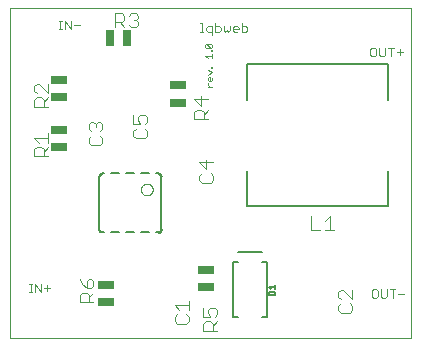
<source format=gto>
G75*
%MOIN*%
%OFA0B0*%
%FSLAX25Y25*%
%IPPOS*%
%LPD*%
%AMOC8*
5,1,8,0,0,1.08239X$1,22.5*
%
%ADD10C,0.00000*%
%ADD11C,0.00300*%
%ADD12C,0.00200*%
%ADD13C,0.00400*%
%ADD14C,0.00800*%
%ADD15C,0.00500*%
%ADD16R,0.05512X0.02559*%
%ADD17R,0.02559X0.05512*%
%ADD18C,0.00060*%
%ADD19C,0.00600*%
D10*
X0004162Y0004162D02*
X0004162Y0114123D01*
X0137863Y0114123D01*
X0137863Y0004162D01*
X0004162Y0004162D01*
D11*
X0010631Y0019312D02*
X0011599Y0019312D01*
X0011115Y0019312D02*
X0011115Y0022215D01*
X0010631Y0022215D02*
X0011599Y0022215D01*
X0012595Y0022215D02*
X0014530Y0019312D01*
X0014530Y0022215D01*
X0015542Y0020763D02*
X0017477Y0020763D01*
X0016509Y0021731D02*
X0016509Y0019796D01*
X0012595Y0019312D02*
X0012595Y0022215D01*
X0071515Y0105145D02*
X0071515Y0108047D01*
X0070063Y0108047D01*
X0069580Y0107563D01*
X0069580Y0106596D01*
X0070063Y0106112D01*
X0071515Y0106112D01*
X0072526Y0106112D02*
X0073977Y0106112D01*
X0074461Y0106596D01*
X0074461Y0107563D01*
X0073977Y0108047D01*
X0072526Y0108047D01*
X0072526Y0109015D02*
X0072526Y0106112D01*
X0075473Y0106596D02*
X0075473Y0108047D01*
X0075473Y0106596D02*
X0075956Y0106112D01*
X0076440Y0106596D01*
X0076924Y0106112D01*
X0077408Y0106596D01*
X0077408Y0108047D01*
X0078419Y0107563D02*
X0078903Y0108047D01*
X0079870Y0108047D01*
X0080354Y0107563D01*
X0080354Y0107080D01*
X0078419Y0107080D01*
X0078419Y0107563D02*
X0078419Y0106596D01*
X0078903Y0106112D01*
X0079870Y0106112D01*
X0081366Y0106112D02*
X0082817Y0106112D01*
X0083301Y0106596D01*
X0083301Y0107563D01*
X0082817Y0108047D01*
X0081366Y0108047D01*
X0081366Y0109015D02*
X0081366Y0106112D01*
X0068583Y0106112D02*
X0067615Y0106112D01*
X0068099Y0106112D02*
X0068099Y0109015D01*
X0067615Y0109015D01*
X0027339Y0108401D02*
X0025404Y0108401D01*
X0024393Y0106950D02*
X0024393Y0109852D01*
X0022458Y0109852D02*
X0024393Y0106950D01*
X0022458Y0106950D02*
X0022458Y0109852D01*
X0021461Y0109852D02*
X0020493Y0109852D01*
X0020977Y0109852D02*
X0020977Y0106950D01*
X0020493Y0106950D02*
X0021461Y0106950D01*
X0124312Y0100412D02*
X0124312Y0098477D01*
X0124796Y0097993D01*
X0125763Y0097993D01*
X0126247Y0098477D01*
X0126247Y0100412D01*
X0125763Y0100896D01*
X0124796Y0100896D01*
X0124312Y0100412D01*
X0127259Y0100896D02*
X0127259Y0098477D01*
X0127742Y0097993D01*
X0128710Y0097993D01*
X0129194Y0098477D01*
X0129194Y0100896D01*
X0130205Y0100896D02*
X0132140Y0100896D01*
X0131173Y0100896D02*
X0131173Y0097993D01*
X0133152Y0099445D02*
X0135087Y0099445D01*
X0134119Y0100412D02*
X0134119Y0098477D01*
X0132632Y0020345D02*
X0130697Y0020345D01*
X0131665Y0020345D02*
X0131665Y0017442D01*
X0133644Y0018893D02*
X0135579Y0018893D01*
X0129686Y0017926D02*
X0129686Y0020345D01*
X0127751Y0020345D02*
X0127751Y0017926D01*
X0128235Y0017442D01*
X0129202Y0017442D01*
X0129686Y0017926D01*
X0126739Y0017926D02*
X0126739Y0019861D01*
X0126256Y0020345D01*
X0125288Y0020345D01*
X0124804Y0019861D01*
X0124804Y0017926D01*
X0125288Y0017442D01*
X0126256Y0017442D01*
X0126739Y0017926D01*
D12*
X0047784Y0053552D02*
X0047786Y0053640D01*
X0047792Y0053728D01*
X0047802Y0053816D01*
X0047816Y0053904D01*
X0047833Y0053990D01*
X0047855Y0054076D01*
X0047880Y0054160D01*
X0047910Y0054244D01*
X0047942Y0054326D01*
X0047979Y0054406D01*
X0048019Y0054485D01*
X0048063Y0054562D01*
X0048110Y0054637D01*
X0048160Y0054709D01*
X0048214Y0054780D01*
X0048270Y0054847D01*
X0048330Y0054913D01*
X0048392Y0054975D01*
X0048458Y0055035D01*
X0048525Y0055091D01*
X0048596Y0055145D01*
X0048668Y0055195D01*
X0048743Y0055242D01*
X0048820Y0055286D01*
X0048899Y0055326D01*
X0048979Y0055363D01*
X0049061Y0055395D01*
X0049145Y0055425D01*
X0049229Y0055450D01*
X0049315Y0055472D01*
X0049401Y0055489D01*
X0049489Y0055503D01*
X0049577Y0055513D01*
X0049665Y0055519D01*
X0049753Y0055521D01*
X0049841Y0055519D01*
X0049929Y0055513D01*
X0050017Y0055503D01*
X0050105Y0055489D01*
X0050191Y0055472D01*
X0050277Y0055450D01*
X0050361Y0055425D01*
X0050445Y0055395D01*
X0050527Y0055363D01*
X0050607Y0055326D01*
X0050686Y0055286D01*
X0050763Y0055242D01*
X0050838Y0055195D01*
X0050910Y0055145D01*
X0050981Y0055091D01*
X0051048Y0055035D01*
X0051114Y0054975D01*
X0051176Y0054913D01*
X0051236Y0054847D01*
X0051292Y0054780D01*
X0051346Y0054709D01*
X0051396Y0054637D01*
X0051443Y0054562D01*
X0051487Y0054485D01*
X0051527Y0054406D01*
X0051564Y0054326D01*
X0051596Y0054244D01*
X0051626Y0054160D01*
X0051651Y0054076D01*
X0051673Y0053990D01*
X0051690Y0053904D01*
X0051704Y0053816D01*
X0051714Y0053728D01*
X0051720Y0053640D01*
X0051722Y0053552D01*
X0051720Y0053464D01*
X0051714Y0053376D01*
X0051704Y0053288D01*
X0051690Y0053200D01*
X0051673Y0053114D01*
X0051651Y0053028D01*
X0051626Y0052944D01*
X0051596Y0052860D01*
X0051564Y0052778D01*
X0051527Y0052698D01*
X0051487Y0052619D01*
X0051443Y0052542D01*
X0051396Y0052467D01*
X0051346Y0052395D01*
X0051292Y0052324D01*
X0051236Y0052257D01*
X0051176Y0052191D01*
X0051114Y0052129D01*
X0051048Y0052069D01*
X0050981Y0052013D01*
X0050910Y0051959D01*
X0050838Y0051909D01*
X0050763Y0051862D01*
X0050686Y0051818D01*
X0050607Y0051778D01*
X0050527Y0051741D01*
X0050445Y0051709D01*
X0050361Y0051679D01*
X0050277Y0051654D01*
X0050191Y0051632D01*
X0050105Y0051615D01*
X0050017Y0051601D01*
X0049929Y0051591D01*
X0049841Y0051585D01*
X0049753Y0051583D01*
X0049665Y0051585D01*
X0049577Y0051591D01*
X0049489Y0051601D01*
X0049401Y0051615D01*
X0049315Y0051632D01*
X0049229Y0051654D01*
X0049145Y0051679D01*
X0049061Y0051709D01*
X0048979Y0051741D01*
X0048899Y0051778D01*
X0048820Y0051818D01*
X0048743Y0051862D01*
X0048668Y0051909D01*
X0048596Y0051959D01*
X0048525Y0052013D01*
X0048458Y0052069D01*
X0048392Y0052129D01*
X0048330Y0052191D01*
X0048270Y0052257D01*
X0048214Y0052324D01*
X0048160Y0052395D01*
X0048110Y0052467D01*
X0048063Y0052542D01*
X0048019Y0052619D01*
X0047979Y0052698D01*
X0047942Y0052778D01*
X0047910Y0052860D01*
X0047880Y0052944D01*
X0047855Y0053028D01*
X0047833Y0053114D01*
X0047816Y0053200D01*
X0047802Y0053288D01*
X0047792Y0053376D01*
X0047786Y0053464D01*
X0047784Y0053552D01*
X0069994Y0087842D02*
X0071462Y0087842D01*
X0070728Y0087842D02*
X0069994Y0088576D01*
X0069994Y0088943D01*
X0070361Y0089684D02*
X0069994Y0090051D01*
X0069994Y0090785D01*
X0070361Y0091152D01*
X0070728Y0091152D01*
X0070728Y0089684D01*
X0071095Y0089684D02*
X0070361Y0089684D01*
X0071095Y0089684D02*
X0071462Y0090051D01*
X0071462Y0090785D01*
X0069994Y0091894D02*
X0071462Y0092628D01*
X0069994Y0093362D01*
X0071095Y0094104D02*
X0071095Y0094471D01*
X0071462Y0094471D01*
X0071462Y0094104D01*
X0071095Y0094104D01*
X0071462Y0097419D02*
X0071462Y0098886D01*
X0071462Y0098153D02*
X0069260Y0098153D01*
X0069994Y0097419D01*
X0071095Y0099628D02*
X0071095Y0099995D01*
X0071462Y0099995D01*
X0071462Y0099628D01*
X0071095Y0099628D01*
X0071095Y0100733D02*
X0069627Y0100733D01*
X0069260Y0101100D01*
X0069260Y0101834D01*
X0069627Y0102201D01*
X0071095Y0100733D01*
X0071462Y0101100D01*
X0071462Y0101834D01*
X0071095Y0102201D01*
X0069627Y0102201D01*
D13*
X0067885Y0084646D02*
X0067885Y0081577D01*
X0065583Y0083879D01*
X0070187Y0083879D01*
X0070187Y0080043D02*
X0068652Y0078508D01*
X0068652Y0079275D02*
X0068652Y0076973D01*
X0070187Y0076973D02*
X0065583Y0076973D01*
X0065583Y0079275D01*
X0066350Y0080043D01*
X0067885Y0080043D01*
X0068652Y0079275D01*
X0069609Y0063535D02*
X0069609Y0060466D01*
X0067307Y0062768D01*
X0071911Y0062768D01*
X0071144Y0058931D02*
X0071911Y0058164D01*
X0071911Y0056630D01*
X0071144Y0055862D01*
X0068074Y0055862D01*
X0067307Y0056630D01*
X0067307Y0058164D01*
X0068074Y0058931D01*
X0049824Y0071492D02*
X0049057Y0070724D01*
X0045988Y0070724D01*
X0045220Y0071492D01*
X0045220Y0073026D01*
X0045988Y0073794D01*
X0045220Y0075328D02*
X0047522Y0075328D01*
X0046755Y0076863D01*
X0046755Y0077630D01*
X0047522Y0078398D01*
X0049057Y0078398D01*
X0049824Y0077630D01*
X0049824Y0076096D01*
X0049057Y0075328D01*
X0049057Y0073794D02*
X0049824Y0073026D01*
X0049824Y0071492D01*
X0045220Y0075328D02*
X0045220Y0078398D01*
X0034962Y0075268D02*
X0034962Y0073733D01*
X0034195Y0072966D01*
X0034195Y0071431D02*
X0034962Y0070664D01*
X0034962Y0069130D01*
X0034195Y0068362D01*
X0031126Y0068362D01*
X0030358Y0069130D01*
X0030358Y0070664D01*
X0031126Y0071431D01*
X0031126Y0072966D02*
X0030358Y0073733D01*
X0030358Y0075268D01*
X0031126Y0076035D01*
X0031893Y0076035D01*
X0032660Y0075268D01*
X0033428Y0076035D01*
X0034195Y0076035D01*
X0034962Y0075268D01*
X0032660Y0075268D02*
X0032660Y0074501D01*
X0016919Y0072284D02*
X0016919Y0069215D01*
X0016919Y0070750D02*
X0012315Y0070750D01*
X0013850Y0069215D01*
X0014617Y0067680D02*
X0013082Y0067680D01*
X0012315Y0066913D01*
X0012315Y0064611D01*
X0016919Y0064611D01*
X0015384Y0064611D02*
X0015384Y0066913D01*
X0014617Y0067680D01*
X0015384Y0066146D02*
X0016919Y0067680D01*
X0016919Y0081206D02*
X0012315Y0081206D01*
X0012315Y0083507D01*
X0013082Y0084275D01*
X0014617Y0084275D01*
X0015384Y0083507D01*
X0015384Y0081206D01*
X0015384Y0082740D02*
X0016919Y0084275D01*
X0016919Y0085809D02*
X0013850Y0088879D01*
X0013082Y0088879D01*
X0012315Y0088111D01*
X0012315Y0086577D01*
X0013082Y0085809D01*
X0016919Y0085809D02*
X0016919Y0088879D01*
X0039198Y0107724D02*
X0039198Y0112328D01*
X0041500Y0112328D01*
X0042267Y0111561D01*
X0042267Y0110026D01*
X0041500Y0109259D01*
X0039198Y0109259D01*
X0040732Y0109259D02*
X0042267Y0107724D01*
X0043802Y0108492D02*
X0044569Y0107724D01*
X0046104Y0107724D01*
X0046871Y0108492D01*
X0046871Y0109259D01*
X0046104Y0110026D01*
X0045336Y0110026D01*
X0046104Y0110026D02*
X0046871Y0110794D01*
X0046871Y0111561D01*
X0046104Y0112328D01*
X0044569Y0112328D01*
X0043802Y0111561D01*
X0104539Y0044694D02*
X0104539Y0040091D01*
X0107609Y0040091D01*
X0109143Y0040091D02*
X0112213Y0040091D01*
X0110678Y0040091D02*
X0110678Y0044694D01*
X0109143Y0043160D01*
X0114322Y0020186D02*
X0113555Y0019418D01*
X0113555Y0017884D01*
X0114322Y0017117D01*
X0114322Y0015582D02*
X0113555Y0014815D01*
X0113555Y0013280D01*
X0114322Y0012513D01*
X0117392Y0012513D01*
X0118159Y0013280D01*
X0118159Y0014815D01*
X0117392Y0015582D01*
X0118159Y0017117D02*
X0115090Y0020186D01*
X0114322Y0020186D01*
X0118159Y0020186D02*
X0118159Y0017117D01*
X0073238Y0013466D02*
X0073238Y0011931D01*
X0072470Y0011164D01*
X0070936Y0011164D02*
X0070169Y0012698D01*
X0070169Y0013466D01*
X0070936Y0014233D01*
X0072470Y0014233D01*
X0073238Y0013466D01*
X0070936Y0011164D02*
X0068634Y0011164D01*
X0068634Y0014233D01*
X0063691Y0014982D02*
X0059087Y0014982D01*
X0060621Y0013447D01*
X0059854Y0011913D02*
X0059087Y0011145D01*
X0059087Y0009611D01*
X0059854Y0008843D01*
X0062923Y0008843D01*
X0063691Y0009611D01*
X0063691Y0011145D01*
X0062923Y0011913D01*
X0063691Y0013447D02*
X0063691Y0016517D01*
X0069401Y0009629D02*
X0068634Y0008862D01*
X0068634Y0006560D01*
X0073238Y0006560D01*
X0071703Y0006560D02*
X0071703Y0008862D01*
X0070936Y0009629D01*
X0069401Y0009629D01*
X0071703Y0008094D02*
X0073238Y0009629D01*
X0031970Y0016087D02*
X0027366Y0016087D01*
X0027366Y0018389D01*
X0028133Y0019156D01*
X0029668Y0019156D01*
X0030435Y0018389D01*
X0030435Y0016087D01*
X0030435Y0017621D02*
X0031970Y0019156D01*
X0031203Y0020691D02*
X0029668Y0020691D01*
X0029668Y0022992D01*
X0030435Y0023760D01*
X0031203Y0023760D01*
X0031970Y0022992D01*
X0031970Y0021458D01*
X0031203Y0020691D01*
X0029668Y0020691D02*
X0028133Y0022225D01*
X0027366Y0023760D01*
D14*
X0078454Y0029320D02*
X0078454Y0011209D01*
X0080225Y0011209D01*
X0088099Y0011209D02*
X0089871Y0011209D01*
X0089871Y0029320D01*
X0088099Y0029320D01*
X0088099Y0032765D02*
X0080225Y0032765D01*
X0080225Y0029320D02*
X0078454Y0029320D01*
D15*
X0090511Y0021148D02*
X0092412Y0021148D01*
X0092412Y0020515D02*
X0092412Y0021782D01*
X0091144Y0020515D02*
X0090511Y0021148D01*
X0090828Y0019572D02*
X0090511Y0019255D01*
X0090511Y0018305D01*
X0092412Y0018305D01*
X0092412Y0019255D01*
X0092095Y0019572D01*
X0090828Y0019572D01*
X0083040Y0048040D02*
X0083040Y0059851D01*
X0083040Y0048040D02*
X0130284Y0048040D01*
X0130284Y0059851D01*
X0130284Y0083473D02*
X0130284Y0095284D01*
X0083040Y0095284D01*
X0083040Y0083473D01*
D16*
X0060211Y0082464D03*
X0060211Y0088264D03*
X0020625Y0090134D03*
X0020625Y0084334D03*
X0020625Y0073539D03*
X0020625Y0067739D03*
X0069444Y0026807D03*
X0069444Y0021007D03*
X0036164Y0021766D03*
X0036164Y0015966D03*
D17*
X0037326Y0104019D03*
X0043126Y0104019D03*
D18*
X0034881Y0059273D02*
X0034881Y0058733D01*
X0034880Y0058733D02*
X0034827Y0058729D01*
X0034775Y0058721D01*
X0034723Y0058709D01*
X0034672Y0058693D01*
X0034623Y0058674D01*
X0034575Y0058651D01*
X0034529Y0058624D01*
X0034485Y0058594D01*
X0034444Y0058561D01*
X0034405Y0058525D01*
X0034369Y0058486D01*
X0034336Y0058445D01*
X0034306Y0058401D01*
X0034279Y0058355D01*
X0034256Y0058307D01*
X0034237Y0058258D01*
X0034221Y0058207D01*
X0034209Y0058155D01*
X0034201Y0058103D01*
X0034197Y0058050D01*
X0033657Y0058049D01*
X0033656Y0058050D01*
X0033660Y0058118D01*
X0033667Y0058186D01*
X0033678Y0058253D01*
X0033692Y0058320D01*
X0033710Y0058386D01*
X0033732Y0058450D01*
X0033757Y0058514D01*
X0033786Y0058576D01*
X0033818Y0058636D01*
X0033853Y0058694D01*
X0033891Y0058751D01*
X0033932Y0058805D01*
X0033976Y0058857D01*
X0034023Y0058907D01*
X0034073Y0058954D01*
X0034125Y0058998D01*
X0034179Y0059039D01*
X0034236Y0059077D01*
X0034294Y0059112D01*
X0034354Y0059144D01*
X0034416Y0059173D01*
X0034480Y0059198D01*
X0034544Y0059220D01*
X0034610Y0059238D01*
X0034677Y0059252D01*
X0034744Y0059263D01*
X0034812Y0059270D01*
X0034880Y0059274D01*
X0034880Y0059218D01*
X0034813Y0059214D01*
X0034746Y0059207D01*
X0034679Y0059196D01*
X0034613Y0059181D01*
X0034548Y0059162D01*
X0034485Y0059140D01*
X0034422Y0059114D01*
X0034361Y0059085D01*
X0034302Y0059052D01*
X0034245Y0059017D01*
X0034190Y0058978D01*
X0034137Y0058936D01*
X0034087Y0058891D01*
X0034039Y0058843D01*
X0033994Y0058793D01*
X0033952Y0058740D01*
X0033913Y0058685D01*
X0033878Y0058628D01*
X0033845Y0058569D01*
X0033816Y0058508D01*
X0033790Y0058445D01*
X0033768Y0058382D01*
X0033749Y0058317D01*
X0033734Y0058251D01*
X0033723Y0058184D01*
X0033716Y0058117D01*
X0033712Y0058050D01*
X0033768Y0058050D01*
X0033772Y0058117D01*
X0033780Y0058183D01*
X0033791Y0058249D01*
X0033806Y0058313D01*
X0033825Y0058377D01*
X0033848Y0058440D01*
X0033874Y0058501D01*
X0033904Y0058561D01*
X0033938Y0058619D01*
X0033974Y0058674D01*
X0034014Y0058728D01*
X0034057Y0058779D01*
X0034102Y0058828D01*
X0034151Y0058873D01*
X0034202Y0058916D01*
X0034256Y0058956D01*
X0034311Y0058992D01*
X0034369Y0059026D01*
X0034429Y0059056D01*
X0034490Y0059082D01*
X0034553Y0059105D01*
X0034617Y0059124D01*
X0034681Y0059139D01*
X0034747Y0059150D01*
X0034813Y0059158D01*
X0034880Y0059162D01*
X0034880Y0059106D01*
X0034817Y0059102D01*
X0034754Y0059095D01*
X0034692Y0059084D01*
X0034630Y0059069D01*
X0034569Y0059051D01*
X0034510Y0059030D01*
X0034452Y0059005D01*
X0034395Y0058976D01*
X0034340Y0058945D01*
X0034287Y0058910D01*
X0034237Y0058872D01*
X0034188Y0058831D01*
X0034142Y0058788D01*
X0034099Y0058742D01*
X0034058Y0058693D01*
X0034020Y0058643D01*
X0033985Y0058590D01*
X0033954Y0058535D01*
X0033925Y0058478D01*
X0033900Y0058420D01*
X0033879Y0058361D01*
X0033861Y0058300D01*
X0033846Y0058238D01*
X0033835Y0058176D01*
X0033828Y0058113D01*
X0033824Y0058050D01*
X0033880Y0058050D01*
X0033884Y0058112D01*
X0033892Y0058174D01*
X0033903Y0058235D01*
X0033918Y0058296D01*
X0033936Y0058355D01*
X0033958Y0058414D01*
X0033984Y0058470D01*
X0034013Y0058526D01*
X0034045Y0058579D01*
X0034080Y0058630D01*
X0034119Y0058679D01*
X0034160Y0058726D01*
X0034204Y0058770D01*
X0034251Y0058811D01*
X0034300Y0058850D01*
X0034351Y0058885D01*
X0034404Y0058917D01*
X0034460Y0058946D01*
X0034516Y0058972D01*
X0034575Y0058994D01*
X0034634Y0059012D01*
X0034695Y0059027D01*
X0034756Y0059038D01*
X0034818Y0059046D01*
X0034880Y0059050D01*
X0034880Y0058994D01*
X0034819Y0058990D01*
X0034758Y0058982D01*
X0034698Y0058971D01*
X0034639Y0058955D01*
X0034580Y0058937D01*
X0034523Y0058914D01*
X0034468Y0058888D01*
X0034414Y0058858D01*
X0034363Y0058826D01*
X0034313Y0058790D01*
X0034266Y0058751D01*
X0034221Y0058709D01*
X0034179Y0058664D01*
X0034140Y0058617D01*
X0034104Y0058567D01*
X0034072Y0058516D01*
X0034042Y0058462D01*
X0034016Y0058407D01*
X0033993Y0058350D01*
X0033975Y0058291D01*
X0033959Y0058232D01*
X0033948Y0058172D01*
X0033940Y0058111D01*
X0033936Y0058050D01*
X0033992Y0058050D01*
X0033996Y0058107D01*
X0034003Y0058165D01*
X0034014Y0058221D01*
X0034029Y0058277D01*
X0034047Y0058332D01*
X0034068Y0058385D01*
X0034092Y0058437D01*
X0034120Y0058488D01*
X0034151Y0058536D01*
X0034185Y0058583D01*
X0034221Y0058627D01*
X0034261Y0058669D01*
X0034303Y0058709D01*
X0034347Y0058745D01*
X0034394Y0058779D01*
X0034442Y0058810D01*
X0034493Y0058838D01*
X0034545Y0058862D01*
X0034598Y0058883D01*
X0034653Y0058901D01*
X0034709Y0058916D01*
X0034765Y0058927D01*
X0034823Y0058934D01*
X0034880Y0058938D01*
X0034880Y0058881D01*
X0034824Y0058878D01*
X0034768Y0058870D01*
X0034713Y0058859D01*
X0034659Y0058845D01*
X0034605Y0058826D01*
X0034553Y0058805D01*
X0034503Y0058780D01*
X0034454Y0058752D01*
X0034408Y0058720D01*
X0034363Y0058686D01*
X0034321Y0058649D01*
X0034281Y0058609D01*
X0034244Y0058567D01*
X0034210Y0058522D01*
X0034178Y0058476D01*
X0034150Y0058427D01*
X0034125Y0058377D01*
X0034104Y0058325D01*
X0034085Y0058271D01*
X0034071Y0058217D01*
X0034060Y0058162D01*
X0034052Y0058106D01*
X0034049Y0058050D01*
X0034105Y0058050D01*
X0034108Y0058105D01*
X0034116Y0058159D01*
X0034127Y0058213D01*
X0034142Y0058265D01*
X0034161Y0058317D01*
X0034183Y0058367D01*
X0034208Y0058416D01*
X0034236Y0058463D01*
X0034268Y0058507D01*
X0034303Y0058550D01*
X0034340Y0058590D01*
X0034380Y0058627D01*
X0034423Y0058662D01*
X0034467Y0058694D01*
X0034514Y0058722D01*
X0034563Y0058747D01*
X0034613Y0058769D01*
X0034665Y0058788D01*
X0034717Y0058803D01*
X0034771Y0058814D01*
X0034825Y0058822D01*
X0034880Y0058825D01*
X0034880Y0058769D01*
X0034827Y0058765D01*
X0034774Y0058758D01*
X0034722Y0058746D01*
X0034671Y0058731D01*
X0034621Y0058712D01*
X0034573Y0058690D01*
X0034526Y0058664D01*
X0034482Y0058636D01*
X0034439Y0058604D01*
X0034399Y0058569D01*
X0034361Y0058531D01*
X0034326Y0058491D01*
X0034294Y0058448D01*
X0034266Y0058404D01*
X0034240Y0058357D01*
X0034218Y0058309D01*
X0034199Y0058259D01*
X0034184Y0058208D01*
X0034172Y0058156D01*
X0034165Y0058103D01*
X0034161Y0058050D01*
X0054667Y0058049D02*
X0054127Y0058049D01*
X0054127Y0058050D02*
X0054123Y0058103D01*
X0054115Y0058155D01*
X0054103Y0058207D01*
X0054087Y0058258D01*
X0054068Y0058307D01*
X0054045Y0058355D01*
X0054018Y0058401D01*
X0053988Y0058445D01*
X0053955Y0058486D01*
X0053919Y0058525D01*
X0053880Y0058561D01*
X0053839Y0058594D01*
X0053795Y0058624D01*
X0053749Y0058651D01*
X0053701Y0058674D01*
X0053652Y0058693D01*
X0053601Y0058709D01*
X0053549Y0058721D01*
X0053497Y0058729D01*
X0053444Y0058733D01*
X0053443Y0059273D01*
X0053444Y0059274D01*
X0053512Y0059270D01*
X0053580Y0059263D01*
X0053647Y0059252D01*
X0053714Y0059238D01*
X0053780Y0059220D01*
X0053844Y0059198D01*
X0053908Y0059173D01*
X0053970Y0059144D01*
X0054030Y0059112D01*
X0054088Y0059077D01*
X0054145Y0059039D01*
X0054199Y0058998D01*
X0054251Y0058954D01*
X0054301Y0058907D01*
X0054348Y0058857D01*
X0054392Y0058805D01*
X0054433Y0058751D01*
X0054471Y0058694D01*
X0054506Y0058636D01*
X0054538Y0058576D01*
X0054567Y0058514D01*
X0054592Y0058450D01*
X0054614Y0058386D01*
X0054632Y0058320D01*
X0054646Y0058253D01*
X0054657Y0058186D01*
X0054664Y0058118D01*
X0054668Y0058050D01*
X0054612Y0058050D01*
X0054608Y0058117D01*
X0054601Y0058184D01*
X0054590Y0058251D01*
X0054575Y0058317D01*
X0054556Y0058382D01*
X0054534Y0058445D01*
X0054508Y0058508D01*
X0054479Y0058569D01*
X0054446Y0058628D01*
X0054411Y0058685D01*
X0054372Y0058740D01*
X0054330Y0058793D01*
X0054285Y0058843D01*
X0054237Y0058891D01*
X0054187Y0058936D01*
X0054134Y0058978D01*
X0054079Y0059017D01*
X0054022Y0059052D01*
X0053963Y0059085D01*
X0053902Y0059114D01*
X0053839Y0059140D01*
X0053776Y0059162D01*
X0053711Y0059181D01*
X0053645Y0059196D01*
X0053578Y0059207D01*
X0053511Y0059214D01*
X0053444Y0059218D01*
X0053444Y0059162D01*
X0053511Y0059158D01*
X0053577Y0059150D01*
X0053643Y0059139D01*
X0053707Y0059124D01*
X0053771Y0059105D01*
X0053834Y0059082D01*
X0053895Y0059056D01*
X0053955Y0059026D01*
X0054013Y0058992D01*
X0054068Y0058956D01*
X0054122Y0058916D01*
X0054173Y0058873D01*
X0054222Y0058828D01*
X0054267Y0058779D01*
X0054310Y0058728D01*
X0054350Y0058674D01*
X0054386Y0058619D01*
X0054420Y0058561D01*
X0054450Y0058501D01*
X0054476Y0058440D01*
X0054499Y0058377D01*
X0054518Y0058313D01*
X0054533Y0058249D01*
X0054544Y0058183D01*
X0054552Y0058117D01*
X0054556Y0058050D01*
X0054500Y0058050D01*
X0054496Y0058113D01*
X0054489Y0058176D01*
X0054478Y0058238D01*
X0054463Y0058300D01*
X0054445Y0058361D01*
X0054424Y0058420D01*
X0054399Y0058478D01*
X0054370Y0058535D01*
X0054339Y0058590D01*
X0054304Y0058643D01*
X0054266Y0058693D01*
X0054225Y0058742D01*
X0054182Y0058788D01*
X0054136Y0058831D01*
X0054087Y0058872D01*
X0054037Y0058910D01*
X0053984Y0058945D01*
X0053929Y0058976D01*
X0053872Y0059005D01*
X0053814Y0059030D01*
X0053755Y0059051D01*
X0053694Y0059069D01*
X0053632Y0059084D01*
X0053570Y0059095D01*
X0053507Y0059102D01*
X0053444Y0059106D01*
X0053444Y0059050D01*
X0053506Y0059046D01*
X0053568Y0059038D01*
X0053629Y0059027D01*
X0053690Y0059012D01*
X0053749Y0058994D01*
X0053808Y0058972D01*
X0053864Y0058946D01*
X0053920Y0058917D01*
X0053973Y0058885D01*
X0054024Y0058850D01*
X0054073Y0058811D01*
X0054120Y0058770D01*
X0054164Y0058726D01*
X0054205Y0058679D01*
X0054244Y0058630D01*
X0054279Y0058579D01*
X0054311Y0058526D01*
X0054340Y0058470D01*
X0054366Y0058414D01*
X0054388Y0058355D01*
X0054406Y0058296D01*
X0054421Y0058235D01*
X0054432Y0058174D01*
X0054440Y0058112D01*
X0054444Y0058050D01*
X0054388Y0058050D01*
X0054384Y0058111D01*
X0054376Y0058172D01*
X0054365Y0058232D01*
X0054349Y0058291D01*
X0054331Y0058350D01*
X0054308Y0058407D01*
X0054282Y0058462D01*
X0054252Y0058516D01*
X0054220Y0058567D01*
X0054184Y0058617D01*
X0054145Y0058664D01*
X0054103Y0058709D01*
X0054058Y0058751D01*
X0054011Y0058790D01*
X0053961Y0058826D01*
X0053910Y0058858D01*
X0053856Y0058888D01*
X0053801Y0058914D01*
X0053744Y0058937D01*
X0053685Y0058955D01*
X0053626Y0058971D01*
X0053566Y0058982D01*
X0053505Y0058990D01*
X0053444Y0058994D01*
X0053444Y0058938D01*
X0053501Y0058934D01*
X0053559Y0058927D01*
X0053615Y0058916D01*
X0053671Y0058901D01*
X0053726Y0058883D01*
X0053779Y0058862D01*
X0053831Y0058838D01*
X0053882Y0058810D01*
X0053930Y0058779D01*
X0053977Y0058745D01*
X0054021Y0058709D01*
X0054063Y0058669D01*
X0054103Y0058627D01*
X0054139Y0058583D01*
X0054173Y0058536D01*
X0054204Y0058488D01*
X0054232Y0058437D01*
X0054256Y0058385D01*
X0054277Y0058332D01*
X0054295Y0058277D01*
X0054310Y0058221D01*
X0054321Y0058165D01*
X0054328Y0058107D01*
X0054332Y0058050D01*
X0054275Y0058050D01*
X0054272Y0058106D01*
X0054264Y0058162D01*
X0054253Y0058217D01*
X0054239Y0058271D01*
X0054220Y0058325D01*
X0054199Y0058377D01*
X0054174Y0058427D01*
X0054146Y0058476D01*
X0054114Y0058522D01*
X0054080Y0058567D01*
X0054043Y0058609D01*
X0054003Y0058649D01*
X0053961Y0058686D01*
X0053916Y0058720D01*
X0053870Y0058752D01*
X0053821Y0058780D01*
X0053771Y0058805D01*
X0053719Y0058826D01*
X0053665Y0058845D01*
X0053611Y0058859D01*
X0053556Y0058870D01*
X0053500Y0058878D01*
X0053444Y0058881D01*
X0053444Y0058825D01*
X0053499Y0058822D01*
X0053553Y0058814D01*
X0053607Y0058803D01*
X0053659Y0058788D01*
X0053711Y0058769D01*
X0053761Y0058747D01*
X0053810Y0058722D01*
X0053857Y0058694D01*
X0053901Y0058662D01*
X0053944Y0058627D01*
X0053984Y0058590D01*
X0054021Y0058550D01*
X0054056Y0058507D01*
X0054088Y0058463D01*
X0054116Y0058416D01*
X0054141Y0058367D01*
X0054163Y0058317D01*
X0054182Y0058265D01*
X0054197Y0058213D01*
X0054208Y0058159D01*
X0054216Y0058105D01*
X0054219Y0058050D01*
X0054163Y0058050D01*
X0054159Y0058103D01*
X0054152Y0058156D01*
X0054140Y0058208D01*
X0054125Y0058259D01*
X0054106Y0058309D01*
X0054084Y0058357D01*
X0054058Y0058404D01*
X0054030Y0058448D01*
X0053998Y0058491D01*
X0053963Y0058531D01*
X0053925Y0058569D01*
X0053885Y0058604D01*
X0053842Y0058636D01*
X0053798Y0058664D01*
X0053751Y0058690D01*
X0053703Y0058712D01*
X0053653Y0058731D01*
X0053602Y0058746D01*
X0053550Y0058758D01*
X0053497Y0058765D01*
X0053444Y0058769D01*
X0053443Y0039051D02*
X0053443Y0039591D01*
X0053444Y0039591D02*
X0053497Y0039595D01*
X0053549Y0039603D01*
X0053601Y0039615D01*
X0053652Y0039631D01*
X0053701Y0039650D01*
X0053749Y0039673D01*
X0053795Y0039700D01*
X0053839Y0039730D01*
X0053880Y0039763D01*
X0053919Y0039799D01*
X0053955Y0039838D01*
X0053988Y0039879D01*
X0054018Y0039923D01*
X0054045Y0039969D01*
X0054068Y0040017D01*
X0054087Y0040066D01*
X0054103Y0040117D01*
X0054115Y0040169D01*
X0054123Y0040221D01*
X0054127Y0040274D01*
X0054667Y0040275D01*
X0054668Y0040274D01*
X0054664Y0040206D01*
X0054657Y0040138D01*
X0054646Y0040071D01*
X0054632Y0040004D01*
X0054614Y0039938D01*
X0054592Y0039874D01*
X0054567Y0039810D01*
X0054538Y0039748D01*
X0054506Y0039688D01*
X0054471Y0039630D01*
X0054433Y0039573D01*
X0054392Y0039519D01*
X0054348Y0039467D01*
X0054301Y0039417D01*
X0054251Y0039370D01*
X0054199Y0039326D01*
X0054145Y0039285D01*
X0054088Y0039247D01*
X0054030Y0039212D01*
X0053970Y0039180D01*
X0053908Y0039151D01*
X0053844Y0039126D01*
X0053780Y0039104D01*
X0053714Y0039086D01*
X0053647Y0039072D01*
X0053580Y0039061D01*
X0053512Y0039054D01*
X0053444Y0039050D01*
X0053444Y0039106D01*
X0053511Y0039110D01*
X0053578Y0039117D01*
X0053645Y0039128D01*
X0053711Y0039143D01*
X0053776Y0039162D01*
X0053839Y0039184D01*
X0053902Y0039210D01*
X0053963Y0039239D01*
X0054022Y0039272D01*
X0054079Y0039307D01*
X0054134Y0039346D01*
X0054187Y0039388D01*
X0054237Y0039433D01*
X0054285Y0039481D01*
X0054330Y0039531D01*
X0054372Y0039584D01*
X0054411Y0039639D01*
X0054446Y0039696D01*
X0054479Y0039755D01*
X0054508Y0039816D01*
X0054534Y0039879D01*
X0054556Y0039942D01*
X0054575Y0040007D01*
X0054590Y0040073D01*
X0054601Y0040140D01*
X0054608Y0040207D01*
X0054612Y0040274D01*
X0054556Y0040274D01*
X0054552Y0040207D01*
X0054544Y0040141D01*
X0054533Y0040075D01*
X0054518Y0040011D01*
X0054499Y0039947D01*
X0054476Y0039884D01*
X0054450Y0039823D01*
X0054420Y0039763D01*
X0054386Y0039705D01*
X0054350Y0039650D01*
X0054310Y0039596D01*
X0054267Y0039545D01*
X0054222Y0039496D01*
X0054173Y0039451D01*
X0054122Y0039408D01*
X0054068Y0039368D01*
X0054013Y0039332D01*
X0053955Y0039298D01*
X0053895Y0039268D01*
X0053834Y0039242D01*
X0053771Y0039219D01*
X0053707Y0039200D01*
X0053643Y0039185D01*
X0053577Y0039174D01*
X0053511Y0039166D01*
X0053444Y0039162D01*
X0053444Y0039218D01*
X0053507Y0039222D01*
X0053570Y0039229D01*
X0053632Y0039240D01*
X0053694Y0039255D01*
X0053755Y0039273D01*
X0053814Y0039294D01*
X0053872Y0039319D01*
X0053929Y0039348D01*
X0053984Y0039379D01*
X0054037Y0039414D01*
X0054087Y0039452D01*
X0054136Y0039493D01*
X0054182Y0039536D01*
X0054225Y0039582D01*
X0054266Y0039631D01*
X0054304Y0039681D01*
X0054339Y0039734D01*
X0054370Y0039789D01*
X0054399Y0039846D01*
X0054424Y0039904D01*
X0054445Y0039963D01*
X0054463Y0040024D01*
X0054478Y0040086D01*
X0054489Y0040148D01*
X0054496Y0040211D01*
X0054500Y0040274D01*
X0054444Y0040274D01*
X0054440Y0040212D01*
X0054432Y0040150D01*
X0054421Y0040089D01*
X0054406Y0040028D01*
X0054388Y0039969D01*
X0054366Y0039910D01*
X0054340Y0039854D01*
X0054311Y0039798D01*
X0054279Y0039745D01*
X0054244Y0039694D01*
X0054205Y0039645D01*
X0054164Y0039598D01*
X0054120Y0039554D01*
X0054073Y0039513D01*
X0054024Y0039474D01*
X0053973Y0039439D01*
X0053920Y0039407D01*
X0053864Y0039378D01*
X0053808Y0039352D01*
X0053749Y0039330D01*
X0053690Y0039312D01*
X0053629Y0039297D01*
X0053568Y0039286D01*
X0053506Y0039278D01*
X0053444Y0039274D01*
X0053444Y0039330D01*
X0053505Y0039334D01*
X0053566Y0039342D01*
X0053626Y0039353D01*
X0053685Y0039369D01*
X0053744Y0039387D01*
X0053801Y0039410D01*
X0053856Y0039436D01*
X0053910Y0039466D01*
X0053961Y0039498D01*
X0054011Y0039534D01*
X0054058Y0039573D01*
X0054103Y0039615D01*
X0054145Y0039660D01*
X0054184Y0039707D01*
X0054220Y0039757D01*
X0054252Y0039808D01*
X0054282Y0039862D01*
X0054308Y0039917D01*
X0054331Y0039974D01*
X0054349Y0040033D01*
X0054365Y0040092D01*
X0054376Y0040152D01*
X0054384Y0040213D01*
X0054388Y0040274D01*
X0054332Y0040274D01*
X0054328Y0040217D01*
X0054321Y0040159D01*
X0054310Y0040103D01*
X0054295Y0040047D01*
X0054277Y0039992D01*
X0054256Y0039939D01*
X0054232Y0039887D01*
X0054204Y0039836D01*
X0054173Y0039788D01*
X0054139Y0039741D01*
X0054103Y0039697D01*
X0054063Y0039655D01*
X0054021Y0039615D01*
X0053977Y0039579D01*
X0053930Y0039545D01*
X0053882Y0039514D01*
X0053831Y0039486D01*
X0053779Y0039462D01*
X0053726Y0039441D01*
X0053671Y0039423D01*
X0053615Y0039408D01*
X0053559Y0039397D01*
X0053501Y0039390D01*
X0053444Y0039386D01*
X0053444Y0039443D01*
X0053500Y0039446D01*
X0053556Y0039454D01*
X0053611Y0039465D01*
X0053665Y0039479D01*
X0053719Y0039498D01*
X0053771Y0039519D01*
X0053821Y0039544D01*
X0053870Y0039572D01*
X0053916Y0039604D01*
X0053961Y0039638D01*
X0054003Y0039675D01*
X0054043Y0039715D01*
X0054080Y0039757D01*
X0054114Y0039802D01*
X0054146Y0039848D01*
X0054174Y0039897D01*
X0054199Y0039947D01*
X0054220Y0039999D01*
X0054239Y0040053D01*
X0054253Y0040107D01*
X0054264Y0040162D01*
X0054272Y0040218D01*
X0054275Y0040274D01*
X0054219Y0040274D01*
X0054216Y0040219D01*
X0054208Y0040165D01*
X0054197Y0040111D01*
X0054182Y0040059D01*
X0054163Y0040007D01*
X0054141Y0039957D01*
X0054116Y0039908D01*
X0054088Y0039861D01*
X0054056Y0039817D01*
X0054021Y0039774D01*
X0053984Y0039734D01*
X0053944Y0039697D01*
X0053901Y0039662D01*
X0053857Y0039630D01*
X0053810Y0039602D01*
X0053761Y0039577D01*
X0053711Y0039555D01*
X0053659Y0039536D01*
X0053607Y0039521D01*
X0053553Y0039510D01*
X0053499Y0039502D01*
X0053444Y0039499D01*
X0053444Y0039555D01*
X0053497Y0039559D01*
X0053550Y0039566D01*
X0053602Y0039578D01*
X0053653Y0039593D01*
X0053703Y0039612D01*
X0053751Y0039634D01*
X0053798Y0039660D01*
X0053842Y0039688D01*
X0053885Y0039720D01*
X0053925Y0039755D01*
X0053963Y0039793D01*
X0053998Y0039833D01*
X0054030Y0039876D01*
X0054058Y0039920D01*
X0054084Y0039967D01*
X0054106Y0040015D01*
X0054125Y0040065D01*
X0054140Y0040116D01*
X0054152Y0040168D01*
X0054159Y0040221D01*
X0054163Y0040274D01*
D19*
X0054398Y0040304D02*
X0054398Y0057981D01*
X0053375Y0059005D02*
X0052863Y0059005D01*
X0050422Y0059005D02*
X0047902Y0059005D01*
X0045461Y0059005D02*
X0042902Y0059005D01*
X0040461Y0059005D02*
X0037902Y0059005D01*
X0035501Y0059005D02*
X0034989Y0059005D01*
X0033926Y0058020D02*
X0033926Y0040304D01*
X0033928Y0040242D01*
X0033934Y0040181D01*
X0033943Y0040120D01*
X0033957Y0040059D01*
X0033974Y0040000D01*
X0033995Y0039942D01*
X0034020Y0039885D01*
X0034048Y0039830D01*
X0034079Y0039777D01*
X0034114Y0039726D01*
X0034152Y0039677D01*
X0034193Y0039630D01*
X0034236Y0039587D01*
X0034283Y0039546D01*
X0034332Y0039508D01*
X0034383Y0039473D01*
X0034436Y0039442D01*
X0034491Y0039414D01*
X0034548Y0039389D01*
X0034606Y0039368D01*
X0034665Y0039351D01*
X0034726Y0039337D01*
X0034787Y0039328D01*
X0034848Y0039322D01*
X0034910Y0039320D01*
X0034871Y0039320D02*
X0035461Y0039320D01*
X0037902Y0039320D02*
X0040422Y0039320D01*
X0042902Y0039320D02*
X0045422Y0039320D01*
X0047902Y0039320D02*
X0050422Y0039320D01*
X0052863Y0039320D02*
X0053375Y0039320D01*
M02*

</source>
